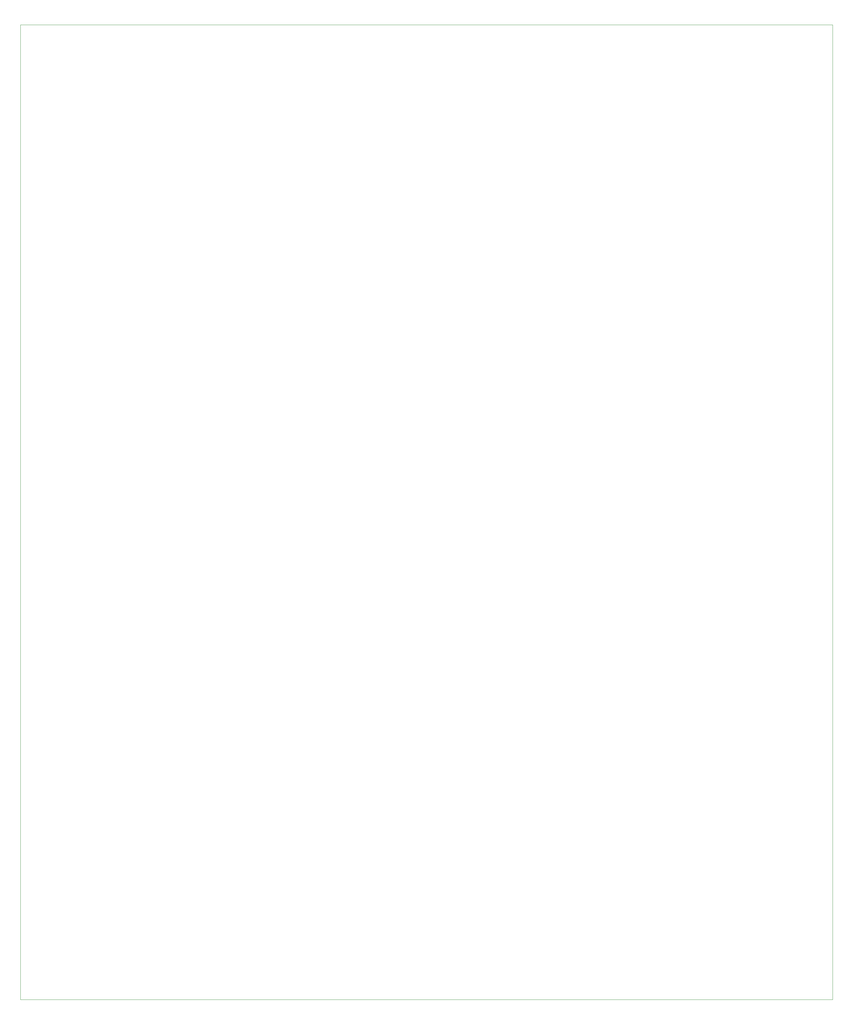
<source format=gbr>
G04 #@! TF.GenerationSoftware,KiCad,Pcbnew,(5.0.0)*
G04 #@! TF.CreationDate,2019-09-22T13:57:07+01:00*
G04 #@! TF.ProjectId,Backplane3,4261636B706C616E65332E6B69636164,rev?*
G04 #@! TF.SameCoordinates,Original*
G04 #@! TF.FileFunction,Profile,NP*
%FSLAX46Y46*%
G04 Gerber Fmt 4.6, Leading zero omitted, Abs format (unit mm)*
G04 Created by KiCad (PCBNEW (5.0.0)) date 09/22/19 13:57:07*
%MOMM*%
%LPD*%
G01*
G04 APERTURE LIST*
%ADD10C,0.100000*%
G04 APERTURE END LIST*
D10*
X235000000Y-25400000D02*
X235000000Y-292100000D01*
X12700000Y-292100000D02*
X235000000Y-292100000D01*
X12700000Y-25400000D02*
X12700000Y-292100000D01*
X235000000Y-25400000D02*
X12700000Y-25400000D01*
M02*

</source>
